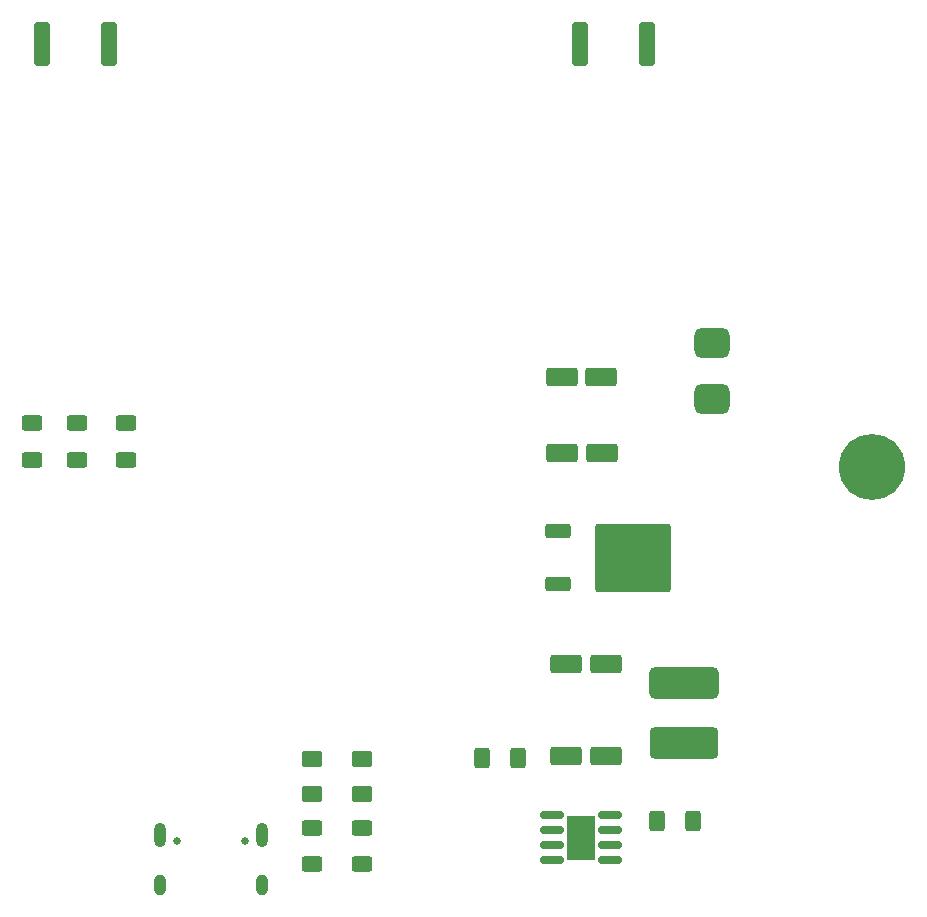
<source format=gbr>
%TF.GenerationSoftware,KiCad,Pcbnew,9.0.7*%
%TF.CreationDate,2026-01-28T06:25:16-03:00*%
%TF.ProjectId,jammerBT_v4,6a616d6d-6572-4425-945f-76342e6b6963,rev?*%
%TF.SameCoordinates,Original*%
%TF.FileFunction,Soldermask,Bot*%
%TF.FilePolarity,Negative*%
%FSLAX46Y46*%
G04 Gerber Fmt 4.6, Leading zero omitted, Abs format (unit mm)*
G04 Created by KiCad (PCBNEW 9.0.7) date 2026-01-28 06:25:16*
%MOMM*%
%LPD*%
G01*
G04 APERTURE LIST*
G04 Aperture macros list*
%AMRoundRect*
0 Rectangle with rounded corners*
0 $1 Rounding radius*
0 $2 $3 $4 $5 $6 $7 $8 $9 X,Y pos of 4 corners*
0 Add a 4 corners polygon primitive as box body*
4,1,4,$2,$3,$4,$5,$6,$7,$8,$9,$2,$3,0*
0 Add four circle primitives for the rounded corners*
1,1,$1+$1,$2,$3*
1,1,$1+$1,$4,$5*
1,1,$1+$1,$6,$7*
1,1,$1+$1,$8,$9*
0 Add four rect primitives between the rounded corners*
20,1,$1+$1,$2,$3,$4,$5,0*
20,1,$1+$1,$4,$5,$6,$7,0*
20,1,$1+$1,$6,$7,$8,$9,0*
20,1,$1+$1,$8,$9,$2,$3,0*%
G04 Aperture macros list end*
%ADD10RoundRect,0.150000X0.825000X0.150000X-0.825000X0.150000X-0.825000X-0.150000X0.825000X-0.150000X0*%
%ADD11R,2.410000X3.810000*%
%ADD12C,5.600000*%
%ADD13RoundRect,0.250000X0.425000X1.600000X-0.425000X1.600000X-0.425000X-1.600000X0.425000X-1.600000X0*%
%ADD14C,0.650000*%
%ADD15O,1.000000X2.100000*%
%ADD16O,1.000000X1.800000*%
%ADD17RoundRect,0.650000X0.850000X-0.650000X0.850000X0.650000X-0.850000X0.650000X-0.850000X-0.650000X0*%
%ADD18RoundRect,0.250001X0.624999X-0.462499X0.624999X0.462499X-0.624999X0.462499X-0.624999X-0.462499X0*%
%ADD19RoundRect,0.250000X-0.625000X0.400000X-0.625000X-0.400000X0.625000X-0.400000X0.625000X0.400000X0*%
%ADD20RoundRect,0.250000X-1.075000X-0.550000X1.075000X-0.550000X1.075000X0.550000X-1.075000X0.550000X0*%
%ADD21RoundRect,0.250000X-0.850000X-0.350000X0.850000X-0.350000X0.850000X0.350000X-0.850000X0.350000X0*%
%ADD22RoundRect,0.249997X-2.950003X-2.650003X2.950003X-2.650003X2.950003X2.650003X-2.950003X2.650003X0*%
%ADD23RoundRect,0.250000X-0.400000X-0.625000X0.400000X-0.625000X0.400000X0.625000X-0.400000X0.625000X0*%
%ADD24RoundRect,0.250000X0.400000X0.625000X-0.400000X0.625000X-0.400000X-0.625000X0.400000X-0.625000X0*%
%ADD25RoundRect,0.395250X2.531000X0.922250X-2.531000X0.922250X-2.531000X-0.922250X2.531000X-0.922250X0*%
%ADD26RoundRect,0.395250X2.517250X0.922250X-2.517250X0.922250X-2.517250X-0.922250X2.517250X-0.922250X0*%
G04 APERTURE END LIST*
D10*
%TO.C,U6*%
X185925000Y-119532500D03*
X185925000Y-120802500D03*
X185925000Y-122072500D03*
X185925000Y-123342500D03*
X180975000Y-123342500D03*
X180975000Y-122072500D03*
X180975000Y-120802500D03*
X180975000Y-119532500D03*
D11*
X183450000Y-121437500D03*
%TD*%
D12*
%TO.C,H1*%
X208080000Y-90020000D03*
%TD*%
D13*
%TO.C,J4*%
X137850000Y-54182500D03*
X143500000Y-54182500D03*
%TD*%
%TO.C,J5*%
X183370000Y-54182500D03*
X189020000Y-54182500D03*
%TD*%
D14*
%TO.C,J7*%
X149225000Y-121705000D03*
X155005000Y-121705000D03*
D15*
X147795000Y-121185000D03*
D16*
X147795000Y-125385000D03*
D15*
X156435000Y-121185000D03*
D16*
X156435000Y-125385000D03*
%TD*%
D17*
%TO.C,SW1*%
X194585000Y-84265000D03*
X194585000Y-79565000D03*
%TD*%
D18*
%TO.C,D3*%
X160675000Y-117707500D03*
X160675000Y-114732500D03*
%TD*%
D19*
%TO.C,R2*%
X144910000Y-86317200D03*
X144910000Y-89417200D03*
%TD*%
D20*
%TO.C,C2*%
X182185000Y-114525000D03*
X185535000Y-114525000D03*
%TD*%
D19*
%TO.C,R5*%
X164955000Y-120560000D03*
X164955000Y-123660000D03*
%TD*%
%TO.C,R1*%
X137010000Y-86317200D03*
X137010000Y-89417200D03*
%TD*%
%TO.C,R3*%
X140785000Y-86317200D03*
X140785000Y-89417200D03*
%TD*%
D20*
%TO.C,C5*%
X181810000Y-82425000D03*
X185160000Y-82425000D03*
%TD*%
D21*
%TO.C,U1*%
X181530000Y-99982500D03*
D22*
X187830000Y-97702500D03*
D21*
X181530000Y-95422500D03*
%TD*%
D20*
%TO.C,C4*%
X181860000Y-88850000D03*
X185210000Y-88850000D03*
%TD*%
D23*
%TO.C,R7*%
X189855000Y-119990000D03*
X192955000Y-119990000D03*
%TD*%
D18*
%TO.C,D2*%
X164955000Y-117707500D03*
X164955000Y-114732500D03*
%TD*%
D24*
%TO.C,R4*%
X178160000Y-114650000D03*
X175060000Y-114650000D03*
%TD*%
D20*
%TO.C,C3*%
X182185000Y-106675000D03*
X185535000Y-106675000D03*
%TD*%
D25*
%TO.C,J1*%
X192161250Y-108333750D03*
D26*
X192175000Y-113416250D03*
%TD*%
D19*
%TO.C,R6*%
X160665000Y-120560000D03*
X160665000Y-123660000D03*
%TD*%
M02*

</source>
